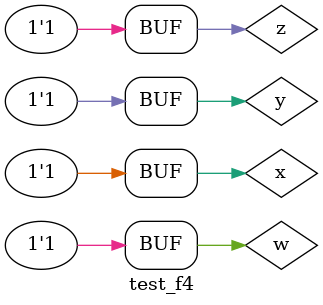
<source format=v>
module f4 (output  s,
input  a, 
input  b,
input  c,
input  d);
wire x,y;

xnor XNOR1(x,a,b);
xnor XNOR2(y,c,d);
nand NAND1(s,x,y);

endmodule//f4
module test_f4; 
// ------------------------- definir dados 
reg x,y,z,w;
wire t;

f4 modulo1 (t,x,y,z,w);
// ------------------------- parte principal 
initial begin 
$display("Exemplo0036 - Gabriel Luiz M. G. Vieira - 441691"); 
$display("Test LU's module"); 
x = 'b0; y = 'b0;z = 'b0;w = 'b0;
// projetar testes do modulo 
#1 $monitor("%3b %3b %3b %3b - s = %3b",x,y,z,w,t);
#1 x = 'b0; y = 'b0;z ='b0;w ='b1;
#1 x = 'b0; y = 'b0;z ='b1;w ='b0;
#1 x = 'b0; y = 'b0;z ='b1;w ='b1;
#1 x = 'b0; y = 'b1;z ='b0;w ='b0;
#1 x = 'b0; y = 'b1;z ='b0;w ='b1;
#1 x = 'b0; y = 'b1;z ='b1;w ='b0;
#1 x = 'b0; y = 'b1;z ='b1;w ='b1;
#1 x = 'b1; y = 'b0;z ='b0;w ='b1;
#1 x = 'b1; y = 'b0;z ='b1;w ='b0;
#1 x = 'b1; y = 'b0;z ='b1;w ='b1;
#1 x = 'b1; y = 'b1;z ='b0;w ='b0;
#1 x = 'b1; y = 'b1;z ='b0;w ='b1;
#1 x = 'b1; y = 'b1;z ='b1;w ='b0;
#1 x = 'b1; y = 'b1;z ='b1;w ='b1;


end 
endmodule // test_f4 
</source>
